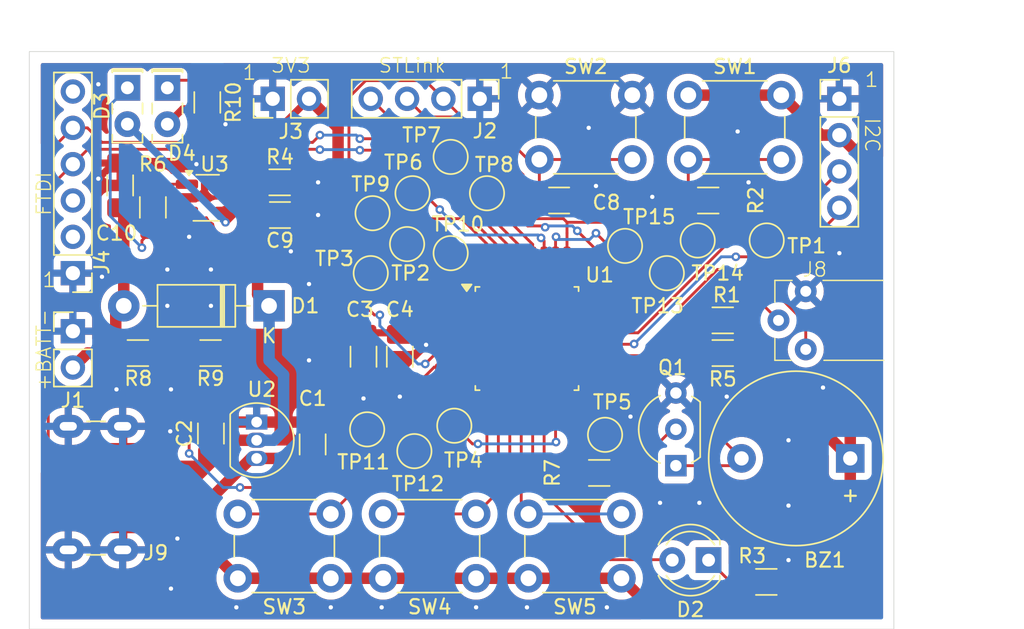
<source format=kicad_pcb>
(kicad_pcb (version 20240108) (generator "pcbnew") (generator_version "8.0")
  (layers (0 "F.Cu" signal) (31 "B.Cu" signal) (34 "B.Paste" user) (35 "F.Paste" user) (36 "B.SilkS" user "B.Silkscreen") (37 "F.SilkS" user "F.Silkscreen") (38 "B.Mask" user) (39 "F.Mask" user) (44 "Edge.Cuts" user))
  (net 0 "")
  (net 1 "+5V_USB")
  (net 2 "GND")
  (net 3 "+3.3V")
  (net 4 "/NRST")
  (net 5 "/BOOT0")
  (net 6 "+BATT")
  (net 7 "Net-(D3-K)")
  (net 8 "/UART1_TX")
  (net 9 "+5V_FTDI")
  (net 10 "/RTS1")
  (net 11 "/CTS1")
  (net 12 "/UART1 RX")
  (net 13 "/SWDIO")
  (net 14 "/ADC10_TEMP_MEAS")
  (net 15 "/I2C1_SCL")
  (net 16 "/I2C1_SDA")
  (net 17 "/~{JACK_CONNECTED}")
  (net 18 "/TIM3_CH2_BUZZER_PWM")
  (net 19 "Net-(U3-PROG)")
  (net 20 "Net-(U3-STAT)")
  (net 21 "/UI_LED")
  (net 22 "/UI_A")
  (net 23 "/UI_B")
  (net 24 "/UI_C")
  (net 25 "Net-(D2-K)")
  (net 26 "Net-(BZ1--)")
  (net 27 "Net-(Q1-B)")
  (net 28 "/ADC2_BATT_MEAS")
  (net 29 "Net-(U1-PC6)")
  (net 30 "Net-(U1-PC14)")
  (net 31 "Net-(U1-PC15)")
  (net 32 "Net-(U1-PB0)")
  (net 33 "Net-(U1-PB1)")
  (net 34 "Net-(U1-PB3)")
  (net 35 "Net-(U1-PB4)")
  (net 36 "Net-(U1-PB5)")
  (net 37 "Net-(U1-PB8)")
  (net 38 "Net-(U1-PB9)")
  (net 39 "Net-(U1-PA0)")
  (net 40 "Net-(U1-PA1)")
  (net 41 "Net-(U1-PA11{slash}PA9)")
  (net 42 "Net-(U1-PA12{slash}PA10)")
  (net 43 "Net-(U1-PA15)")
  (net 44 "Net-(D4-K)")
  (footprint "TestPoint:TestPoint_Pad_D2.0mm" (layer "F.Cu") (at 178.562 89.408)
    (property "Reference" "TP2")
    (property "Value" "PC14")
  )
  (footprint "Resistor_SMD:R_1206_3216Metric_Pad1.30x1.75mm_HandSolder" (layer "F.Cu") (at 203.682 113.03)
    (property "Reference" "R3")
    (property "Value" "330")
  )
  (footprint "Button_Switch_THT:SW_PUSH_6mm" (layer "F.Cu") (at 183.388 112.776 180)
    (property "Reference" "SW4")
    (property "Value" "UI_B_SW")
  )
  (footprint "Resistor_SMD:R_1206_3216Metric_Pad1.30x1.75mm_HandSolder" (layer "F.Cu") (at 159.74 97.028)
    (property "Reference" "R8")
    (property "Value" "100k")
  )
  (footprint "Button_Switch_THT:SW_PUSH_6mm" (layer "F.Cu") (at 193.548 112.776 180)
    (property "Reference" "SW5")
    (property "Value" "UI_C_SW")
  )
  (footprint "MyOwnFootprintLibrary:LQFP-32_7x7mm_P0.8mm_Long_pads" (layer "F.Cu") (at 186.944 96.012)
    (property "Reference" "U1")
    (property "Value" "STM32G0B0KETx")
  )
  (footprint "Capacitor_SMD:C_1206_3216Metric_Pad1.33x1.80mm_HandSolder" (layer "F.Cu") (at 158.496 85.3055 90)
    (property "Reference" "C10")
    (property "Value" "4.7uF")
  )
  (footprint "Connector_PinHeader_2.54mm:PinHeader_1x02_P2.54mm_Vertical" (layer "F.Cu") (at 169.164 79.248 90)
    (property "Reference" "J3")
    (property "Value" "3V3_Power")
  )
  (footprint "TestPoint:TestPoint_Pad_D2.0mm" (layer "F.Cu") (at 184.15 85.852)
    (property "Reference" "TP8")
    (property "Value" "PB5")
  )
  (footprint "Resistor_SMD:R_1206_3216Metric_Pad1.30x1.75mm_HandSolder" (layer "F.Cu") (at 200.634 97.028 180)
    (property "Reference" "R5")
    (property "Value" "1k")
  )
  (footprint "Resistor_SMD:R_1206_3216Metric_Pad1.30x1.75mm_HandSolder" (layer "F.Cu") (at 164.82 97.028)
    (property "Reference" "R9")
    (property "Value" "100k")
  )
  (footprint "Connector_PinHeader_2.54mm:PinHeader_1x02_P2.54mm_Vertical" (layer "F.Cu") (at 155.194 95.499)
    (property "Reference" "J4")
    (property "Value" "Battery")
  )
  (footprint "Capacitor_SMD:C_1206_3216Metric_Pad1.33x1.80mm_HandSolder" (layer "F.Cu") (at 189.1915 86.36 180)
    (property "Reference" "C8")
    (property "Value" "100nF")
  )
  (footprint "TestPoint:TestPoint_Pad_D2.0mm" (layer "F.Cu") (at 181.61 90.043)
    (property "Reference" "TP10")
    (property "Value" "PB9")
  )
  (footprint "Diode_THT:D_DO-41_SOD81_P10.16mm_Horizontal" (layer "F.Cu") (at 168.91 93.726 180)
    (property "Reference" "D1")
    (property "Value" "1N5817")
  )
  (footprint "LED_THT:LED_Rectangular_W5.0mm_H2.0mm" (layer "F.Cu") (at 161.798 78.486 -90)
    (property "Reference" "D4")
    (property "Value" "GREEN_LED_PWR")
  )
  (footprint "MyOwnFootprintLibrary:AudioJack_Mono_2.5mm_with_Tip-Detect" (layer "F.Cu") (at 204.5335 97.282)
    (property "Reference" "J8")
    (property "Value" "THERMO_CONN")
  )
  (footprint "Package_TO_SOT_SMD:SOT-23-5_HandSoldering" (layer "F.Cu") (at 164.517 86.172)
    (property "Reference" "U3")
    (property "Value" "MCP73831-2-OT")
  )
  (footprint "Package_TO_SOT_THT:TO-92_Inline" (layer "F.Cu") (at 168.042 101.854 -90)
    (property "Reference" "U2")
    (property "Value" "MCP1700x-330xxTO")
  )
  (footprint "TestPoint:TestPoint_Pad_D2.0mm" (layer "F.Cu") (at 196.723 91.44)
    (property "Reference" "TP13")
    (property "Value" "PA11/9")
  )
  (footprint "MyOwnFootprintLibrary:USB_C_Receptacle_GCT_USB4125-xx-x_6P_TopMnt_Horizontal_Long_Pads" (layer "F.Cu") (at 155.67 106.47 -90)
    (property "Reference" "J9")
    (property "Value" "USB_C")
  )
  (footprint "TestPoint:TestPoint_Pad_D2.0mm" (layer "F.Cu") (at 176.149 87.249)
    (property "Reference" "TP9")
    (property "Value" "PB8")
  )
  (footprint "LED_THT:LED_Rectangular_W5.0mm_H2.0mm" (layer "F.Cu") (at 159.004 78.481 -90)
    (property "Reference" "D3")
    (property "Value" "RED_LED_CHARGING")
  )
  (footprint "TestPoint:TestPoint_Pad_D2.0mm" (layer "F.Cu") (at 178.943 85.852)
    (property "Reference" "TP6")
    (property "Value" "PB3")
  )
  (footprint "TestPoint:TestPoint_Pad_D2.0mm" (layer "F.Cu") (at 192.405 102.743)
    (property "Reference" "TP5")
    (property "Value" "PB1")
  )
  (footprint "Connector_PinHeader_2.54mm:PinHeader_1x04_P2.54mm_Vertical" (layer "F.Cu") (at 183.642 79.248 -90)
    (property "Reference" "J2")
    (property "Value" "STLINK")
  )
  (footprint "Capacitor_SMD:C_1206_3216Metric_Pad1.33x1.80mm_HandSolder" (layer "F.Cu") (at 178.054 97.282 -90)
    (property "Reference" "C4")
    (property "Value" "100nF")
  )
  (footprint "Resistor_SMD:R_1206_3216Metric_Pad1.30x1.75mm_HandSolder" (layer "F.Cu") (at 191.998 105.41)
    (property "Reference" "R7")
    (property "Value" "4k7")
  )
  (footprint "TestPoint:TestPoint_Pad_D2.0mm" (layer "F.Cu") (at 198.882 89.154)
    (property "Reference" "TP14")
    (property "Value" "PA12/10")
  )
  (footprint "Resistor_SMD:R_1206_3216Metric_Pad1.30x1.75mm_HandSolder" (layer "F.Cu") (at 199.618 86.36)
    (property "Reference" "R2")
    (property "Value" "10k")
  )
  (footprint "TestPoint:TestPoint_Pad_D2.0mm" (layer "F.Cu") (at 203.708 89.154)
    (property "Reference" "TP1")
    (property "Value" "PC6")
  )
  (footprint "Buzzer_Beeper:Buzzer_12x9.5RM7.6" (layer "F.Cu") (at 209.55 104.394 180)
    (property "Reference" "BZ1")
    (property "Value" "Passive_Buzzer")
  )
  (footprint "Capacitor_SMD:C_1206_3216Metric_Pad1.33x1.80mm_HandSolder" (layer "F.Cu") (at 164.846 102.6545 90)
    (property "Reference" "C2")
    (property "Value" "1uF")
  )
  (footprint "Capacitor_SMD:C_1206_3216Metric_Pad1.33x1.80mm_HandSolder" (layer "F.Cu") (at 175.514 97.282 -90)
    (property "Reference" "C3")
    (property "Value" "4.7uF")
  )
  (footprint "Package_TO_SOT_THT:TO-92L_Inline_Wide" (layer "F.Cu") (at 197.358 104.902 90)
    (property "Reference" "Q1")
    (property "Value" "BC547")
  )
  (footprint "TestPoint:TestPoint_Pad_D2.0mm" (layer "F.Cu") (at 181.864 102.108)
    (property "Reference" "TP4")
    (property "Value" "PB0")
  )
  (footprint "Resistor_SMD:R_1206_3216Metric_Pad1.30x1.75mm_HandSolder" (layer "F.Cu") (at 160.787 86.842 90)
    (property "Reference" "R6")
    (property "Value" "330")
  )
  (footprint "Resistor_SMD:R_1206_3216Metric_Pad1.30x1.75mm_HandSolder" (layer "F.Cu") (at 200.634 94.742 180)
    (property "Reference" "R1")
    (property "Value" "200k")
  )
  (footprint "TestPoint:TestPoint_Pad_D2.0mm" (layer "F.Cu") (at 175.768 102.362)
    (property "Reference" "TP11")
    (property "Value" "PA0")
  )
  (footprint "Button_Switch_THT:SW_PUSH_6mm" (layer "F.Cu") (at 198.224 78.994)
    (property "Reference" "SW1")
    (property "Value" "BOOT0_SW")
  )
  (footprint "Capacitor_SMD:C_1206_3216Metric_Pad1.33x1.80mm_HandSolder" (layer "F.Cu") (at 171.958 103.4165 90)
    (property "Reference" "C1")
    (property "Value" "1uF")
  )
  (footprint "TestPoint:TestPoint_Pad_D2.0mm" (layer "F.Cu") (at 179.07 103.886)
    (property "Reference" "TP12")
    (property "Value" "PA1")
  )
  (footprint "TestPoint:TestPoint_Pad_D2.0mm" (layer "F.Cu") (at 193.802 89.535)
    (property "Reference" "TP15")
    (property "Value" "PA15")
  )
  (footprint "Connector_PinHeader_2.54mm:PinHeader_1x06_P2.54mm_Vertical" (layer "F.Cu") (at 155.194 91.44 180)
    (property "Reference" "J1")
    (property "Value" "FTDI")
  )
  (footprint "Connector_PinHeader_2.54mm:PinHeader_1x04_P2.54mm_Vertical" (layer "F.Cu") (at 208.788 79.248)
    (property "Reference" "J6")
    (property "Value" "OLED_CONN")
  )
  (footprint "Resistor_SMD:R_1206_3216Metric_Pad1.30x1.75mm_HandSolder" (layer "F.Cu") (at 169.651 85.09 180)
    (property "Reference" "R4")
    (property "Value" "2k")
  )
  (footprint "Button_Switch_THT:SW_PUSH_6mm" (layer "F.Cu") (at 187.81 78.994)
    (property "Reference" "SW2")
    (property "Value" "NRST_SW")
  )
  (footprint "TestPoint:TestPoint_Pad_D2.0mm" (layer "F.Cu") (at 176.022 91.44)
    (property "Reference" "TP3")
    (property "Value" "PC15")
  )
  (footprint "Capacitor_SMD:C_1206_3216Metric_Pad1.33x1.80mm_HandSolder" (layer "F.Cu") (at 169.672 87.376)
    (property "Reference" "C9")
    (property "Value" "4.7uF")
  )
  (footprint "Button_Switch_THT:SW_PUSH_6mm" (layer "F.Cu") (at 173.228 112.776 180)
    (property "Reference" "SW3")
    (property "Value" "UI_A_SW")
  )
  (footprint "Resistor_SMD:R_1206_3216Metric_Pad1.30x1.75mm_HandSolder" (layer "F.Cu") (at 164.592 79.502 -90)
    (property "Reference" "R10")
    (property "Value" "330")
  )
  (footprint "TestPoint:TestPoint_Pad_D2.0mm" (layer "F.Cu") (at 181.61 83.312)
    (property "Reference" "TP7")
    (property "Value" "PB4")
  )
  (footprint "LED_THT:LED_D4.0mm" (layer "F.Cu") (at 199.644 111.506 180)
    (property "Reference" "D2")
    (property "Value" "WHITE_LED")
  )
  (gr_rect (start 152.146 75.946) (end 212.598 116.332) (stroke (width 0.05)) (fill none) (layer "Edge.Cuts"))
  (gr_text "1" (at 210.5 78.5 0) (layer "F.SilkS") (effects (font (size 1 1) (thickness 0.1)) (justify left bottom)))
  (gr_text "I2C" (at 210.5 80.5 -90) (layer "F.SilkS") (effects (font (size 1 1) (thickness 0.1)) (justify left bottom)))
  (gr_text "FTDI" (at 153.75 87.5 90) (layer "F.SilkS") (effects (font (size 1 1) (thickness 0.1)) (justify left bottom)))
  (gr_text "1" (at 184.972 77.918 0) (layer "F.SilkS") (effects (font (size 1 1) (thickness 0.1)) (justify left bottom)))
  (gr_text "STLink" (at 176.5 77.5 0) (layer "F.SilkS") (effects (font (size 1 1) (thickness 0.1)) (justify left bottom)))
  (gr_text "1" (at 153 92.5 0) (layer "F.SilkS") (effects (font (size 1 1) (thickness 0.1)) (justify left bottom)))
  (gr_text "3V3" (at 169 77.5 0) (layer "F.SilkS") (effects (font (size 1 1) (thickness 0.1)) (justify left bottom)))
  (gr_text "BATT" (at 153.75 98.5 90) (layer "F.SilkS") (effects (font (size 1 1) (thickness 0.1)) (justify left bottom)))
  (gr_text "+" (at 153.75 99.75 90) (layer "F.SilkS") (effects (font (size 1 1) (thickness 0.1)) (justify left bottom)))
  (gr_text "1" (at 167 78 0) (layer "F.SilkS") (effects (font (size 1 1) (thickness 0.1)) (justify left bottom)))
  (gr_text "-" (at 153.75 95.25 90) (layer "F.SilkS") (effects (font (size 1 1) (thickness 0.1)) (justify left bottom)))
  (segment (start 165.939 103.124) (end 168.042 103.124) (width 0.8) (layer "F.Cu") (net 1))
  (segment (start 167.976 87.122) (end 167.132 87.122) (width 0.8) (layer "F.Cu") (net 1))
  (segment (start 164.846 104.6855) (end 164.846 104.217) (width 0.8) (layer "F.Cu") (net 1))
  (segment (start 164.846 104.217) (end 165.939 103.124) (width 0.8) (layer "F.Cu") (net 1))
  (segment (start 168.91 93.726) (end 168.1095 92.9255) (width 0.8) (layer "F.Cu") (net 1))
  (segment (start 168.1095 92.9255) (end 168.1095 87.2555) (width 0.8) (layer "F.Cu") (net 1))
  (segment (start 165.862 87.884) (end 166.624 87.122) (width 0.5) (layer "F.Cu") (net 1))
  (segment (start 167.132 87.122) (end 165.867 87.122) (width 0.8) (layer "F.Cu") (net 1))
  (segment (start 158.75 107.99) (end 159.430864 107.99) (width 0.8) (layer "F.Cu") (net 1))
  (segment (start 161.5315 108) (end 164.846 104.6855) (width 0.8) (layer "F.Cu") (net 1))
  (segment (start 159.440864 108) (end 161.5315 108) (width 0.8) (layer "F.Cu") (net 1))
  (segment (start 158.75 104.95) (end 164.113 104.95) (width 0.8) (layer "F.Cu") (net 1))
  (segment (start 166.624 87.122) (end 167.132 87.122) (width 0.5) (layer "F.Cu") (net 1))
  (segment (start 168.1095 87.2555) (end 167.976 87.122) (width 0.8) (layer "F.Cu") (net 1))
  (segment (start 164.113 104.95) (end 164.846 104.217) (width 0.8) (layer "F.Cu") (net 1))
  (segment (start 159.430864 107.99) (end 159.440864 108) (width 0.8) (layer "F.Cu") (net 1))
  (via (at 165.862 87.884) (size 0.6) (drill 0.3) (layers "F.Cu" "B.Cu") (net 1))
  (segment (start 165.862 87.879) (end 165.862 87.884) (width 0.5) (layer "B.Cu") (net 1))
  (segment (start 168.042 103.124) (end 169.247 103.124) (width 0.8) (layer "B.Cu") (net 1))
  (segment (start 169.926 98.552) (end 168.91 97.536) (width 0.8) (layer "B.Cu") (net 1))
  (segment (start 169.926 102.445) (end 169.926 98.552) (width 0.8) (layer "B.Cu") (net 1))
  (segment (start 169.247 103.124) (end 169.926 102.445) (width 0.8) (layer "B.Cu") (net 1))
  (segment (start 168.91 97.536) (end 168.91 93.726) (width 0.8) (layer "B.Cu") (net 1))
  (segment (start 159.004 81.021) (end 165.862 87.879) (width 0.5) (layer "B.Cu") (net 1))
  (segment (start 161.72 109.22) (end 162.5 110) (width 0.8) (layer "F.Cu") (net 2))
  (segment (start 168.042 101.854) (end 165.608 101.854) (width 0.8) (layer "F.Cu") (net 2))
  (segment (start 178.054 98.8445) (end 178.054 100.076) (width 0.5) (layer "F.Cu") (net 2))
  (segment (start 163.83 83.82) (end 163.753 83.743) (width 0.5) (layer "F.Cu") (net 2))
  (segment (start 158.75 109.22) (end 161.72 109.22) (width 0.8) (layer "F.Cu") (net 2))
  (segment (start 179.928878 96.412) (end 179.889939 96.450939) (width 0.5) (layer "F.Cu") (net 2))
  (segment (start 179.889939 96.450939) (end 178.054 98.286878) (width 0.5) (layer "F.Cu") (net 2))
  (segment (start 163.946999 86.172) (end 164.397 85.721999) (width 0.5) (layer "F.Cu") (net 2))
  (segment (start 175.514 98.8445) (end 178.054 98.8445) (width 0.5) (layer "F.Cu") (net 2))
  (segment (start 163.167 86.172) (end 163.946999 86.172) (width 0.5) (layer "F.Cu") (net 2))
  (segment (start 164.397 84.387) (end 163.83 83.82) (width 0.5) (layer "F.Cu") (net 2))
  (segment (start 158.065 83.743) (end 156.972 84.836) (width 0.5) (layer "F.Cu") (net 2))
  (segment (start 171.201 85.09) (end 172.339 85.09) (width 0.5) (layer "F.Cu") (net 2))
  (segment (start 158.75 103.72) (end 160.78 103.72) (width 0.8) (layer "F.Cu") (net 2))
  (segment (start 175.514 100.203) (end 175.514 98.8445) (width 0.5) (layer "F.Cu") (net 2))
  (segment (start 205.232 113.03) (end 205.232 111.506) (width 0.5) (layer "F.Cu") (net 2))
  (segment (start 201.168 86.36) (end 202.438 85.09) (width 0.5) (layer "F.Cu") (net 2))
  (segment (start 164.397 85.721999) (end 164.397 84.387) (width 0.5) (layer "F.Cu") (net 2))
  (segment (start 171.2345 87.376) (end 172.339 87.376) (width 0.5) (layer "F.Cu") (net 2))
  (segment (start 168.042 101.854) (end 171.958 101.854) (width 0.8) (layer "F.Cu") (net 2))
  (segment (start 178.054 98.286878) (end 178.054 98.8445) (width 0.5) (layer "F.Cu") (net 2))
  (segment (start 182.769 96.412) (end 179.928878 96.412) (width 0.5) (layer "F.Cu") (net 2))
  (segment (start 158.496 83.743) (end 158.065 83.743) (width 0.5) (layer "F.Cu") (net 2))
  (segment (start 190.754 86.36) (end 191.77 85.344) (width 0.5) (layer "F.Cu") (net 2))
  (segment (start 163.753 83.743) (end 158.496 83.743) (width 0.5) (layer "F.Cu") (net 2))
  (segment (start 160.78 103.72) (end 162 102.5) (width 0.8) (layer "F.Cu") (net 2))
  (segment (start 164.592 81.052) (end 165.836 81.052) (width 0.5) (layer "F.Cu") (net 2))
  (segment (start 165.836 81.052) (end 165.862 81.026) (width 0.5) (layer "F.Cu") (net 2))
  (segment (start 165.608 101.854) (end 164.846 101.092) (width 0.8) (layer "F.Cu") (net 2))
  (via (at 165.862 81.026) (size 0.6) (drill 0.3) (layers "F.Cu" "B.Cu") (net 2))
  (via (at 162 102.5) (size 0.6) (drill 0.3) (layers "F.Cu" "B.Cu") (net 2))
  (via (at 194.183 101.473) (size 0.6) (drill 0.3) (layers "F.Cu" "B.Cu") (net 2))
  (via (at 176.784 114.808) (size 0.6) (drill 0.3) (layers "F.Cu" "B.Cu") (net 2))
  (via (at 161.798 91.186) (size 0.6) (drill 0.3) (layers "F.Cu" "B.Cu") (net 2))
  (via (at 195.707 86.106) (size 0.6) (drill 0.3) (layers "F.Cu" "B.Cu") (net 2))
  (via (at 164.846 93.726) (size 0.6) (drill 0.3) (layers "F.Cu" "B.Cu") (net 2))
  (via (at 171.704 97.536) (size 0.6) (drill 0.3) (layers "F.Cu" "B.Cu") (net 2))
  (via (at 202.438 85.09) (size 0.6) (drill 0.3) (layers "F.Cu" "B.Cu") (net 2))
  (via (at 156.972 78.232) (size 0.6) (drill 0.3) (layers "F.Cu" "B.Cu") (net 2))
  (via (at 156.972 84.836) (size 0.6) (drill 0.3) (layers "F.Cu" "B.Cu") (net 2))
  (via (at 201.676 81.534) (size 0.6) (drill 0.3) (layers "F.Cu" "B.Cu") (net 2))
  (via (at 166.624 114.808) (size 0.6) (drill 0.3) (layers "F.Cu" "B.Cu") (net 2))
  (via (at 196.25 107.5) (size 0.6) (drill 0.3) (layers "F.Cu" "B.Cu") (net 2))
  (via (at 172.339 87.376) (size 0.6) (drill 0.3) (layers "F.Cu" "B.Cu") (net 2))
  (via (at 178.054 100.076) (size 0.6) (drill 0.3) (layers "F.Cu" "B.Cu") (net 2))
  (via (at 161.798 93.726) (size 0.6) (drill 0.3) (layers "F.Cu" "B.Cu") (net 2))
  (via (at 162.052 99.568) (size 0.6) (drill 0.3) (layers "F.Cu" "B.Cu") (net 2))
  (via (at 163.83 83.82) (size 0.6) (drill 0.3) (layers "F.Cu" "B.Cu") (net 2))
  (via (at 179.889939 96.450939) (size 0.6) (drill 0.3) (layers "F.Cu" "B.Cu") (net 2))
  (via (at 172.339 85.09) (size 0.6) (drill 0.3) (layers "F.Cu" "B.Cu") (net 2))
  (via (at 158.242 99.568) (size 0.6) (drill 0.3) (layers "F.Cu" "B.Cu") (net 2))
  (via (at 205.232 103.124) (size 0.6) (drill 0.3) (layers "F.Cu" "B.Cu") (net 2))
  (via (at 164.846 91.186) (size 0.6) (drill 0.3) (layers "F.Cu" "B.Cu") (net 2))
  (via (at 170.434 89.916) (size 0.6) (drill 0.3) (layers "F.Cu" "B.Cu") (net 2))
  (via (at 162.5 110) (size 0.6) (drill 0.3) (layers "F.Cu" "B.Cu") (net 2))
  (via (at 208.788 90.043) (size 0.6) (drill 0.3) (layers "F.Cu" "B.Cu") (net 2))
  (via (at 175.514 100.203) (size 0.6) (drill 0.3) (layers "F.Cu" "B.Cu") (net 2))
  (via (at 163.322 88.9) (size 0.6) (drill 0.3) (layers "F.Cu" "B.Cu") (net 2))
  (via (at 205.232 111.506) (size 0.6) (drill 0.3) (layers "F.Cu" "B.Cu") (net 2))
  (via (at 162.052 113.5) (size 0.6) (drill 0.3) (layers "F.Cu" "B.Cu") (net 2))
  (via (at 192.532 114.808) (size 0.6) (drill 0.3) (layers "F.Cu" "B.Cu") (net 2))
  (via (at 199 107.5) (size 0.6) (drill 0.3) (layers "F.Cu" "B.Cu") (net 2))
  (via (at 207.645 99.441) (size 0.6) (drill 0.3) (layers "F.Cu" "B.Cu") (net 2))
  (via (at 200.914 100.076) (size 0.6) (drill 0.3) (layers "F.Cu" "B.Cu") (net 2))
  (via (at 186.944 114.808) (size 0.6) (drill 0.3) (layers "F.Cu" "B.Cu") (net 2))
  (via (at 205.232 107.696) (size 0.6) (drill 0.3) (layers "F.Cu" "B.Cu") (net 2))
  (via (at 183.388 114.808) (size 0.6) (drill 0.3) (layers "F.Cu" "B.Cu") (net 2))
  (via (at 157.226 91.694) (size 0.6) (drill 0.3) (layers "F.Cu" "B.Cu") (net 2))
  (via (at 171.704 92.202) (size 0.6) (drill 0.3) (layers "F.Cu" "B.Cu") (net 2))
  (via (at 191.262 81.28) (size 0.6) (drill 0.3) (layers "F.Cu" "B.Cu") (net 2))
  (via (at 191.77 85.344) (size 0.6) (drill 0.3) (layers "F.Cu" "B.Cu") (net 2))
  (via (at 173.228 114.808) (size 0.6) (drill 0.3) (layers "F.Cu" "B.Cu") (net 2))
  (segment (start 166.728 112.776) (end 173.228 112.776) (width 0.8) (layer "F.Cu") (net 3))
  (segment (start 173.736 103.201) (end 171.958 104.979) (width 0.8) (layer "F.Cu") (net 3))
  (segment (start 195.834 115.062) (end 206.502 115.062) (width 0.8) (layer "F.Cu") (net 3))
  (segment (start 164.592 107.442) (end 164.592 110.64) (width 0.8) (layer "F.Cu") (net 3))
  (segment (start 174.098 95.612) (end 173.736 95.25) (width 0.5) (layer "F.Cu") (net 3))
  (segment (start 207.518 81.788) (end 204.724 78.994) (width 0.8) (layer "F.Cu") (net 3))
  (segment (start 182.769 95.612) (end 174.098 95.612) (width 0.5) (layer "F.Cu") (net 3))
  (segment (start 208.788 81.788) (end 207.518 81.788) (width 0.8) (layer "F.Cu") (net 3))
  (segment (start 162.872 79.952) (end 166.312 79.952) (width 0.5) (layer "F.Cu") (net 3))
  (segment (start 166.728 112.776) (end 176.888 112.776) (width 0.8) (layer "F.Cu") (net 3))
  (segment (start 167.64 104.394) (end 164.592 107.442) (width 0.8) (layer "F.Cu") (net 3))
  (segment (start 209.55 92.202) (end 211.328 90.424) (width 0.8) (layer "F.Cu") (net 3))
  (segment (start 209.55 104.394) (end 209.55 92.202) (width 0.8) (layer "F.Cu") (net 3))
  (segment (start 166.312 79.952) (end 167.386 81.026) (width 0.5) (layer "F.Cu") (net 3))
  (segment (start 211.328 90.424) (end 211.328 84.328) (width 0.8) (layer "F.Cu") (net 3))
  (segment (start 209.55 112.014) (end 209.55 104.394) (width 0.8) (layer "F.Cu") (net 3))
  (segment (start 173.736 95.25) (end 173.736 103.201) (width 0.8) (layer "F.Cu") (net 3))
  (segment (start 168.042 104.394) (end 167.64 104.394) (width 0.8) (layer "F.Cu") (net 3))
  (segment (start 168.042 104.394) (end 171.373 104.394) (width 0.8) (layer "F.Cu") (net 3))
  (segment (start 169.926 81.026) (end 171.704 79.248) (width 0.5) (layer "F.Cu") (net 3))
  (segment (start 202.184 94.742) (end 202.184 97.028) (width 0.8) (layer "F.Cu") (net 3))
  (segment (start 164.592 110.64) (end 166.728 112.776) (width 0.8) (layer "F.Cu") (net 3))
  (segment (start 204.724 78.994) (end 198.224 78.994) (width 0.8) (layer "F.Cu") (net 3))
  (segment (start 176.888 112.776) (end 183.388 112.776) (width 0.8) (layer "F.Cu") (net 3))
  (segment (start 167.386 81.026) (end 169.926 81.026) (width 0.5) (layer "F.Cu") (net 3))
  (segment (start 171.704 79.248) (end 173.736 81.28) (width 0.8) (layer "F.Cu") (net 3))
  (segment (start 193.548 112.776) (end 195.834 115.062) (width 0.8) (layer "F.Cu") (net 3))
  (segment (start 171.373 104.394) (end 171.958 104.979) (width 0.8) (layer "F.Cu") (net 3))
  (segment (start 211.328 84.328) (end 208.788 81.788) (width 0.8) (layer "F.Cu") (net 3))
  (segment (start 183.388 112.776) (end 187.048 112.776) (width 0.8) (layer "F.Cu") (net 3))
  (segment (start 202.184 97.028) (end 209.55 104.394) (width 0.8) (layer "F.Cu") (net 3))
  (segment (start 187.048 112.776) (end 193.548 112.776) (width 0.8) (layer "F.Cu") (net 3))
  (segment (start 173.736 81.28) (end 173.736 95.25) (width 0.8) (layer "F.Cu") (net 3))
  (segment (start 161.798 81.026) (end 162.872 79.952) (width 0.5) (layer "F.Cu") (net 3))
  (segment (start 206.502 115.062) (end 209.55 112.014) (width 0.8) (layer "F.Cu") (net 3))
  (segment (start 176.276 94.361) (end 174.498 92.583) (width 0.2) (layer "F.Cu") (net 4))
  (segment (start 182.88 81.026) (end 181.102 79.248) (width 0.2) (layer "F.Cu") (net 4))
  (segment (start 187.81 83.494) (end 194.31 83.494) (width 0.2) (layer "F.Cu") (net 4))
  (segment (start 179.832 97.79) (end 180.41 97.212) (width 0.2) (layer "F.Cu") (net 4))
  (segment (start 175.665654 77.978) (end 179.832 77.978) (width 0.2) (layer "F.Cu") (net 4))
  (segment (start 184.550244 81.026) (end 182.88 81.026) (width 0.2) (layer "F.Cu") (net 4))
  (segment (start 187.81 83.494) (end 187.018244 83.494) (width 0.2) (layer "F.Cu") (net 4))
  (segment (start 180.41 97.212) (end 182.769 97.212) (width 0.2) (layer "F.Cu") (net 4))
  (segment (start 187.81 86.179) (end 187.629 86.36) (width 0.2) (layer "F.Cu") (net 4))
  (segment (start 179.832 77.978) (end 181.102 79.248) (width 0.2) (layer "F.Cu") (net 4))
  (segment (start 176.657 94.361) (end 176.276 94.361) (width 0.2) (layer "F.Cu") (net 4))
  (segment (start 174.498 92.583) (end 174.498 79.145654) (width 0.2) (layer "F.Cu") (net 4))
  (segment (start 187.81 83.494) (end 187.81 86.179) (width 0.2) (layer "F.Cu") (net 4))
  (segment (start 187.018244 83.494) (end 184.550244 81.026) (width 0.2) (layer "F.Cu") (net 4))
  (segment (start 174.498 79.145654) (end 175.665654 77.978) (width 0.2) (layer "F.Cu") (net 4))
  (via (at 176.657 94.361) (size 0.6) (drill 0.3) (layers "F.Cu" "B.Cu") (net 4))
  (via (at 179.832 97.79) (size 0.6) (drill 0.3) (layers "F.Cu" "B.Cu") (net 4))
  (segment (start 179.324 97.79) (end 179.832 97.79) (width 0.2) (layer "B.Cu") (net 4))
  (segment (start 176.657 95.123) (end 179.324 97.79) (width 0.2) (layer "B.Cu") (net 4))
  (segment (start 176.657 94.361) (end 176.657 95.123) (width 0.2) (layer "B.Cu") (net 4))
  (segment (start 186.6665 87.244744) (end 186.6665 84.5585) (width 0.2) (layer "F.Cu") (net 5))
  (segment (start 183.534 81.426) (end 182.714314 81.426) (width 0.2) (layer "F.Cu") (net 5))
  (segment (start 187.051756 87.63) (end 186.6665 87.244744) (width 0.2) (layer "F.Cu") (net 5))
  (segment (start 189.744 87.884) (end 189.49 87.63) (width 0.2) (layer "F.Cu") (net 5))
  (segment (start 196.342 87.884) (end 197.866 86.36) (width 0.2) (layer "F.Cu") (net 5))
  (segment (start 197.866 86.36) (end 197.866 86.106) (width 0.2) (layer "F.Cu") (net 5))
  (segment (start 181.806314 80.518) (end 179.832 80.518) (width 0.2) (layer "F.Cu") (net 5))
  (segment (start 189.49 87.63) (end 187.051756 87.63) (width 0.2) (layer "F.Cu") (net 5))
  (segment (start 197.866 86.106) (end 198.224 85.748) (width 0.2) (layer "F.Cu") (net 5))
  (segment (start 189.744 87.884) (end 196.342 87.884) (width 0.2) (layer "F.Cu") (net 5))
  (segment (start 189.744 88.64) (end 189.744 87.884) (width 0.2) (layer "F.Cu") (net 5))
  (segment (start 186.6665 84.5585) (end 183.534 81.426) (width 0.2) (layer "F.Cu") (net 5))
  (segment (start 189.744 91.837) (end 189.744 88.64) (width 0.2) (layer "F.Cu") (net 5))
  (segment (start 198.224 83.494) (end 204.724 83.494) (width 0.2) (layer "F.Cu") (net 5))
  (segment (start 182.714314 81.426) (end 181.806314 80.518) (width 0.2) (layer "F.Cu") (net 5))
  (segment (start 179.832 80.518) (end 178.562 79.248) (width 0.2) (layer "F.Cu") (net 5))
  (segment (start 198.224 85.748) (end 198.224 83.494) (width 0.2) (layer "F.Cu") (net 5))
  (segment (start 158.75 93.726) (end 158.75 87.122) (width 0.8) (layer "F.Cu") (net 6))
  (segment (start 158.19 94.286) (end 158.75 93.726) (width 0.8) (layer "F.Cu") (net 6))
  (segment (start 158.75 87.122) (end 158.496 86.868) (width 0.5) (layer "F.Cu") (net 6))
  (segment (start 163.167 87.122) (end 158.75 87.122) (width 0.5) (layer "F.Cu") (net 6))
  (segment (start 156.205 97.028) (end 155.194 98.039) (width 0.8) (layer "F.Cu") (net 6))
  (segment (start 158.19 97.028) (end 158.19 94.286) (width 0.8) (layer "F.Cu") (net 6))
  (segment (start 158.19 97.028) (end 156.205 97.028) (width 0.8) (layer "F.Cu") (net 6))
  (segment (start 160.02 89.662) (end 160.02 89.159) (width 0.2) (layer "F.Cu") (net 7))
  (segment (start 160.02 89.159) (end 160.787 88.392) (width 0.2) (layer "F.Cu") (net 7))
  (via (at 160.02 89.662) (size 0.6) (drill 0.3) (layers "F.Cu" "B.Cu") (net 7))
  (segment (start 157.804 87.446) (end 160.02 89.662) (width 0.2) (layer "B.Cu") (net 7))
  (segment (start 159.004 78.481) (end 157.804 79.681) (width 0.2) (layer "B.Cu") (net 7))
  (segment (start 157.804 79.681) (end 157.804 87.446) (width 0.2) (layer "B.Cu") (net 7))
  (segment (start 153.07 83.404) (end 153.07 104.385685) (width 0.2) (layer "F.Cu") (net 8))
  (segment (start 155.194 81.28) (end 156.21 81.28) (width 0.2) (layer "F.Cu") (net 8))
  (segment (start 156.21 81.28) (end 157.226 82.296) (width 0.2) (layer "F.Cu") (net 8))
  (segment (start 175.26 82.042) (end 178.181 82.042) (width 0.2) (layer "F.Cu") (net 8))
  (segment (start 171.958 82.296) (end 172.466 81.788) (width 0.2) (layer "F.Cu") (net 8))
  (segment (start 155.194 81.28) (end 153.07 83.404) (width 0.2) (layer "F.Cu") (net 8))
  (segment (start 185.744 89.605) (end 185.744 91.837) (width 0.2) (layer "F.Cu") (net 8))
  (segment (start 178.181 82.042) (end 185.744 89.605) (width 0.2) (layer "F.Cu") (net 8))
  (segment (start 153.07 104.385685) (end 155.654315 106.97) (width 0.2) (layer "F.Cu") (net 8))
  (segment (start 157.226 82.296) (end 171.958 82.296) (width 0.2) (layer "F.Cu") (net 8))
  (segment (start 155.654315 106.97) (end 158.75 106.97) (width 0.2) (layer "F.Cu") (net 8))
  (via (at 175.26 82.042) (size 0.6) (drill 0.3) (layers "F.Cu" "B.Cu") (net 8))
  (via (at 172.466 81.788) (size 0.6) (drill 0.3) (layers "F.Cu" "B.Cu") (net 8))
  (segment (start 175.006 81.788) (end 175.26 82.042) (width 0.2) (layer "B.Cu") (net 8))
  (segment (start 172.466 81.788) (end 175.006 81.788) (width 0.2) (layer "B.Cu") (net 8))
  (segment (start 155.194 83.82) (end 156.2335 82.7805) (width 0.2) (layer "F.Cu") (net 12))
  (segment (start 153.47 85.544) (end 153.47 104.22) (width 0.2) (layer "F.Cu") (net 12))
  (segment (start 184.944 89.567) (end 184.944 91.837) (width 0.2) (layer "F.Cu") (net 12))
  (segment (start 172.4425 82.7805) (end 172.466 82.804) (width 0.2) (layer "F.Cu") (net 12))
  (segment (start 153.47 104.22) (end 155.22 105.97) (width 0.2) (layer "F.Cu") (net 12))
  (segment (start 155.194 83.82) (end 153.47 85.544) (width 0.2) (layer "F.Cu") (net 12))
  (segment (start 156.2335 82.7805) (end 172.4425 82.7805) (width 0.2) (layer "F.Cu") (net 12))
  (segment (start 175.26 82.842003) (end 178.219003 82.842003) (width 0.2) (layer "F.Cu") (net 12))
  (segment (start 178.219003 82.842003) (end 184.944 89.567) (width 0.2) (layer "F.Cu") (net 12))
  (segment (start 155.22 105.97) (end 158.75 105.97) (width 0.2) (layer "F.Cu") (net 12))
  (via (at 175.26 82.842003) (size 0.6) (drill 0.3) (layers "F.Cu" "B.Cu") (net 12))
  (via (at 172.466 82.804) (size 0.6) (drill 0.3) (layers "F.Cu" "B.Cu") (net 12))
  (segment (start 175.26 82.842003) (end 175.221997 82.804) (width 0.2) (layer "B.Cu") (net 12))
  (segment (start 175.221997 82.804) (end 172.466 82.804) (width 0.2) (layer "B.Cu") (net 12))
  (segment (start 186.2665 84.724186) (end 183.368314 81.826) (width 0.2) (layer "F.Cu") (net 13))
  (segment (start 186.99407 88.138) (end 186.2665 87.41043) (width 0.2) (layer "F.Cu") (net 13))
  (segment (start 181.640628 80.918) (end 177.692 80.918) (width 0.2) (layer "F.Cu") (net 13))
  (segment (start 186.2665 87.41043) (end 186.2665 84.724186) (width 0.2) (layer "F.Cu") (net 13))
  (segment (start 188.122 88.138) (end 186.99407 88.138) (width 0.2) (layer "F.Cu") (net 13))
  (segment (start 190.465 88.484) (end 191.897 89.916) (width 0.2) (layer "F.Cu") (net 13))
  (segment (start 188.214 88.23) (end 188.122 88.138) (width 0.2) (layer "F.Cu") (net 13))
  (segment (start 191.897 93.184) (end 191.869 93.212) (width 0.2) (layer "F.Cu") (net 13))
  (segment (start 182.548628 81.826) (end 181.640628 80.918) (width 0.2) (layer "F.Cu") (net 13))
  (segment (start 183.368314 81.826) (end 182.548628 81.826) (width 0.2) (layer "F.Cu") (net 13))
  (segment (start 177.692 80.918) (end 176.022 79.248) (width 0.2) (layer "F.Cu") (net 13))
  (segment (start 191.897 89.916) (end 191.897 93.184) (width 0.2) (layer "F.Cu") (net 13))
  (via (at 188.214 88.23) (size 0.6) (drill 0.3) (layers "F.Cu" "B.Cu") (net 13))
  (via (at 190.465 88.484) (size 0.6) (drill 0.3) (layers "F.Cu" "B.Cu") (net 13))
  (segment (start 188.306 88.138) (end 188.214 88.23) (width 0.2) (layer "B.Cu") (net 13))
  (segment (start 190.119 88.138) (end 188.306 88.138) (width 0.2) (layer "B.Cu") (net 13))
  (segment (start 190.465 88.484) (end 190.119 88.138) (width 0.2) (layer "B.Cu") (net 13))
  (segment (start 191.119 98.812) (end 194.558 98.812) (width 0.2) (layer "F.Cu") (net 14))
  (segment (start 194.558 98.812) (end 194.564 98.806) (width 0.2) (layer "F.Cu") (net 14))
  (segment (start 203.3585 93.567) (end 204.5335 94.742) (width 0.2) (layer "F.Cu") (net 14))
  (segment (start 195.02 98.806) (end 199.084 94.742) (width 0.2) (layer "F.Cu") (net 14))
  (segment (start 199.084 94.742) (end 200.259 93.567) (width 0.2) (layer "F.Cu") (net 14))
  (segment (start 194.564 98.806) (end 195.02 98.806) (width 0.2) (layer "F.Cu") (net 14))
  (segment (start 200.259 93.567) (end 203.3585 93.567) (width 0.2) (layer "F.Cu") (net 14))
  (segment (start 200.26457 91.186) (end 204.810529 91.186) (width 0.2) (layer "F.Cu") (net 15))
  (segment (start 191.119 97.212) (end 194.888 97.212) (width 0.2) (layer "F.Cu") (net 15))
  (segment (start 197.734 93.71657) (end 200.26457 91.186) (width 0.2) (layer "F.Cu") (net 15))
  (segment (start 194.888 97.212) (end 197.734 94.366) (width 0.2) (layer "F.Cu") (net 15))
  (segment (start 208.788 87.208529) (end 208.788 86.868) (width 0.2) (layer "F.Cu") (net 15))
  (segment (start 204.810529 91.186) (end 208.788 87.208529) (width 0.2) (layer "F.Cu") (net 15))
  (segment (start 197.734 94.366) (end 197.734 93.71657) (width 0.2) (layer "F.Cu") (net 15))
  (segment (start 204.604 85.718) (end 207.398 85.718) (width 0.2) (layer "F.Cu") (net 16))
  (segment (start 194.71 95.612) (end 204.604 85.718) (width 0.2) (layer "F.Cu") (net 16))
  (segment (start 191.119 95.612) (end 194.71 95.612) (width 0.2) (layer "F.Cu") (net 16))
  (segment (start 207.398 85.718) (end 208.788 84.328) (width 0.2) (layer "F.Cu") (net 16))
  (segment (start 198.134 93.882256) (end 199.052256 92.964) (width 0.2) (layer "F.Cu") (net 17))
  (segment (start 206.4385 94.9325) (end 206.4385 96.774) (width 0.2) (layer "F.Cu") (net 17))
  (segment (start 194.85 98.012) (end 198.134 94.728) (width 0.2) (layer "F.Cu") (net 17))
  (segment (start 204.47 92.964) (end 206.4385 94.9325) (width 0.2) (layer "F.Cu") (net 17))
  (segment (start 191.119 98.012) (end 194.85 98.012) (width 0.2) (layer "F.Cu") (net 17))
  (segment (start 199.052256 92.964) (end 204.47 92.964) (width 0.2) (layer "F.Cu") (net 17))
  (segment (start 198.134 94.728) (end 198.134 93.882256) (width 0.2) (layer "F.Cu") (net 17))
  (segment (start 188.468 104.902) (end 190.194 104.902) (width 0.2) (layer "F.Cu") (net 18))
  (segment (start 188.144 100.187) (end 188.144 104.578) (width 0.2) (layer "F.Cu") (net 18))
  (segment (start 188.144 104.578) (end 188.468 104.902) (width 0.2) (layer "F.Cu") (net 18))
  (segment (start 168.101 85.09) (end 165.999 85.09) (width 0.2) (layer "F.Cu") (net 19))
  (segment (start 165.999 85.09) (end 165.867 85.222) (width 0.2) (layer "F.Cu") (net 19))
  (segment (start 160.857 85.222) (end 160.787 85.292) (width 0.2) (layer "F.Cu") (net 20))
  (segment (start 163.167 85.222) (end 160.857 85.222) (width 0.2) (layer "F.Cu") (net 20))
  (segment (start 187.344 106.064) (end 192.756 111.476) (width 0.2) (layer "F.Cu") (net 21))
  (segment (start 192.756 111.476) (end 197.074 111.476) (width 0.2) (layer "F.Cu") (net 21))
  (segment (start 187.344 100.187) (end 187.344 106.064) (width 0.2) (layer "F.Cu") (net 21))
  (segment (start 197.074 111.476) (end 197.104 111.506) (width 0.2) (layer "F.Cu") (net 21))
  (segment (start 173.228 108.276) (end 166.728 108.276) (width 0.2) (layer "F.Cu") (net 22))
  (segment (start 174.824 106.68) (end 173.228 108.276) (width 0.2) (layer "F.Cu") (net 22))
  (segment (start 184.944 105.886) (end 184.15 106.68) (width 0.2) (layer "F.Cu") (net 22))
  (segment (start 184.15 106.68) (end 174.824 106.68) (width 0.2) (layer "F.Cu") (net 22))
  (segment (start 184.944 100.187) (end 184.944 105.886) (width 0.2) (layer "F.Cu") (net 22))
  (segment (start 185.744 100.187) (end 185.744 105.92) (width 0.2) (layer "F.Cu") (net 23))
  (segment (start 185.744 105.92) (end 183.388 108.276) (width 0.2) (layer "F.Cu") (net 23))
  (segment (start 176.888 108.276) (end 183.388 108.276) (width 0.2) (layer "F.Cu") (net 23))
  (segment (start 186.544 100.187) (end 186.544 107.772) (width 0.2) (layer "F.Cu") (net 24))
  (segment (start 186.544 107.772) (end 187.048 108.276) (width 0.2) (layer "F.Cu") (net 24))
  (segment (start 187.048 108.276) (end 193.548 108.276) (width 0.2) (layer "B.Cu") (net 24))
  (segment (start 202.132 113.03) (end 201.168 113.03) (width 0.2) (layer "F.Cu") (net 25))
  (segment (start 201.168 113.03) (end 199.644 111.506) (width 0.2) (layer "F.Cu") (net 25))
  (segment (start 199.084 97.028) (end 199.084 101.528) (width 0.2) (layer "F.Cu") (net 26))
  (segment (start 197.104 104.902) (end 201.442 104.902) (width 0.2) (layer "F.Cu") (net 26))
  (segment (start 199.084 101.528) (end 201.95 104.394) (width 0.2) (layer "F.Cu") (net 26))
  (segment (start 201.442 104.902) (end 201.95 104.394) (width 0.2) (layer "F.Cu") (net 26))
  (segment (start 194.564 104.902) (end 197.104 102.362) (width 0.2) (layer "F.Cu") (net 27))
  (segment (start 193.294 104.902) (end 194.564 104.902) (width 0.2) (layer "F.Cu") (net 27))
  (segment (start 174.05 106.172) (end 182.88 106.172) (width 0.2) (layer "F.Cu") (net 28))
  (segment (start 166.879397 106.427397) (end 173.794603 106.427397) (width 0.2) (layer "F.Cu") (net 28))
  (segment (start 182.88 106.172) (end 184.144 104.908) (width 0.2) (layer "F.Cu") (net 28))
  (segment (start 163.27 97.028) (end 161.29 97.028) (width 0.2) (layer "F.Cu") (net 28))
  (segment (start 163.322 97.08) (end 163.27 97.028) (width 0.2) (layer "F.Cu") (net 28))
  (segment (start 163.322 104.05) (end 163.322 97.08) (width 0.2) (layer "F.Cu") (net 28))
  (segment (start 184.144 104.908) (end 184.144 100.187) (width 0.2) (layer "F.Cu") (net 28))
  (segment (start 173.794603 106.427397) (end 174.05 106.172) (width 0.2) (layer "F.Cu") (net 28))
  (via (at 163.322 104.05) (size 0.6) (drill 0.3) (layers "F.Cu" "B.Cu") (net 28))
  (via (at 166.879397 106.427397) (size 0.6) (drill 0.3) (layers "F.Cu" "B.Cu") (net 28))
  (segment (start 165.699397 106.427397) (end 166.879397 106.427397) (width 0.2) (layer "B.Cu") (net 28))
  (segment (start 163.322 104.05) (end 165.699397 106.427397) (width 0.2) (layer "B.Cu") (net 28))
  (segment (start 194.418 96.412) (end 194.437 96.393) (width 0.2) (layer "F.Cu") (net 29))
  (segment (start 191.869 96.412) (end 194.418 96.412) (width 0.2) (layer "F.Cu") (net 29))
  (segment (start 202.565 90.297) (end 203.708 89.154) (width 0.2) (layer "F.Cu") (net 29))
  (segment (start 201.549 90.297) (end 202.565 90.297) (width 0.2) (layer "F.Cu") (net 29))
  (via (at 201.549 90.297) (size 0.6) (drill 0.3) (layers "F.Cu" "B.Cu") (net 29))
  (via (at 194.437 96.393) (size 0.6) (drill 0.3) (layers "F.Cu" "B.Cu") (net 29))
  (segment (start 200.533 90.297) (end 201.549 90.297) (width 0.2) (layer "B.Cu") (net 29))
  (segment (start 194.437 96.393) (end 200.533 90.297) (width 0.2) (layer "B.Cu") (net 29))
  (segment (start 180.118 94.012) (end 178.562 92.456) (width 0.2) (layer "F.Cu") (net 30))
  (segment (start 182.769 94.012) (end 180.118 94.012) (width 0.2) (layer "F.Cu") (net 30))
  (segment (start 178.562 92.456) (end 178.562 89.408) (width 0.2) (layer "F.Cu") (net 30))
  (segment (start 182.019 94.812) (end 179.394 94.812) (width 0.2) (layer "F.Cu") (net 31))
  (segment (start 179.394 94.812) (end 176.022 91.44) (width 0.2) (layer "F.Cu") (net 31))
  (segment (start 188.944 100.937) (end 188.944 103.219) (width 0.2) (layer "F.Cu") (net 32))
  (segment (start 188.944 103.219) (end 188.976 103.251) (width 0.2) (layer "F.Cu") (net 32))
  (segment (start 183.134 103.378) (end 181.864 102.108) (width 0.2) (layer "F.Cu") (net 32))
  (segment (start 183.515 103.378) (end 183.134 103.378) (width 0.2) (layer "F.Cu") (net 32))
  (via (at 188.976 103.251) (size 0.6) (drill 0.3) (layers "F.Cu" "B.Cu") (net 32))
  (via (at 183.515 103.378) (size 0.6) (drill 0.3) (layers "F.Cu" "B.Cu") (net 32))
  (segment (start 188.849 103.378) (end 183.515 103.378) (width 0.2) (layer "B.Cu") (net 32))
  (segment (start 188.976 103.251) (end 188.849 103.378) (width 0.2) (layer "B.Cu") (net 32))
  (segment (start 189.744 100.937) (end 189.744 102.368) (width 0.2) (layer "F.Cu") (net 33))
  (segment (start 190.119 102.743) (end 192.405 102.743) (width 0.2) (layer "F.Cu") (net 33))
  (segment (start 189.744 102.368) (end 190.119 102.743) (width 0.2) (layer "F.Cu") (net 33))
  (segment (start 187.93041 88.978051) (end 188.144 89.191641) (width 0.2) (layer "F.Cu") (net 34))
  (segment (start 180.848 86.995) (end 179.705 85.852) (width 0.2) (layer "F.Cu") (net 34))
  (segment (start 188.144 89.191641) (end 188.144 91.087) (width 0.2) (layer "F.Cu") (net 34))
  (segment (start 179.705 85.852) (end 178.943 85.852) (width 0.2) (layer "F.Cu") (net 34))
  (via (at 187.93041 88.978051) (size 0.6) (drill 0.3) (layers "F.Cu" "B.Cu") (net 34))
  (via (at 180.848 86.995) (size 0.6) (drill 0.3) (layers "F.Cu" "B.Cu") (net 34))
  (segment (start 182.626 88.773) (end 180.848 86.995) (width 0.2) (layer "B.Cu") (net 34))
  (segment (start 187.93041 88.978051) (end 187.725359 88.773) (width 0.2) (layer "B.Cu") (net 34))
  (segment (start 187.725359 88.773) (end 182.626 88.773) (width 0.2) (layer "B.Cu") (net 34))
  (segment (start 187.344 91.837) (end 187.344 89.427) (width 0.2) (layer "F.Cu") (net 35))
  (segment (start 184.0885 83.312) (end 181.61 83.312) (width 0.2) (layer "F.Cu") (net 35))
  (segment (start 185.8665 85.09) (end 184.0885 83.312) (width 0.2) (layer "F.Cu") (net 35))
  (segment (start 187.344 89.427) (end 185.8665 87.9495) (width 0.2) (layer "F.Cu") (net 35))
  (segment (start 185.8665 87.9495) (end 185.8665 85.09) (width 0.2) (layer "F.Cu") (net 35))
  (segment (start 186.544 91.837) (end 186.544 89.643) (width 0.2) (layer "F.Cu") (net 36))
  (segment (start 184.15 87.249) (end 184.15 85.852) (width 0.2) (layer "F.Cu") (net 36))
  (segment (start 186.544 89.643) (end 184.15 87.249) (width 0.2) (layer "F.Cu") (net 36))
  (segment (start 184.144 91.837) (end 184.144 89.402) (width 0.2) (layer "F.Cu") (net 37))
  (segment (start 184.144 89.402) (end 182.372 87.63) (width 0.2) (layer "F.Cu") (net 37))
  (segment (start 176.53 87.63) (end 176.149 87.249) (width 0.2) (layer "F.Cu") (net 37))
  (segment (start 182.372 87.63) (end 176.53 87.63) (width 0.2) (layer "F.Cu") (net 37))
  (segment (start 181.356 90.424) (end 181.864 90.424) (width 0.2) (layer "F.Cu") (net 38))
  (segment (start 179.959 92.651999) (end 179.959 91.821) (width 0.2) (layer "F.Cu") (net 38))
  (segment (start 179.959 91.821) (end 181.356 90.424) (width 0.2) (layer "F.Cu") (net 38))
  (segment (start 180.519001 93.212) (end 179.959 92.651999) (width 0.2) (layer "F.Cu") (net 38))
  (segment (start 182.019 93.212) (end 180.519001 93.212) (width 0.2) (layer "F.Cu") (net 38))
  (segment (start 179.705 99.949) (end 178.562 101.092) (width 0.2) (layer "F.Cu") (net 39))
  (segment (start 179.705 98.765529) (end 179.705 99.949) (width 0.2) (layer "F.Cu") (net 39))
  (segment (start 182.019 98.012) (end 180.458529 98.012) (width 0.2) (layer "F.Cu") (net 39))
  (segment (start 180.458529 98.012) (end 179.705 98.765529) (width 0.2) (layer "F.Cu") (net 39))
  (segment (start 177.038 101.092) (end 175.768 102.362) (width 0.2) (layer "F.Cu") (net 39))
  (segment (start 178.562 101.092) (end 177.038 101.092) (width 0.2) (layer "F.Cu") (net 39))
  (segment (start 182.019 98.812) (end 180.981 98.812) (width 0.2) (layer "F.Cu") (net 40))
  (segment (start 179.07 101.981) (end 179.07 103.886) (width 0.2) (layer "F.Cu") (net 40))
  (segment (start 180.467 99.314) (end 180.467 100.584) (width 0.2) (layer "F.Cu") (net 40))
  (segment (start 180.975 98.806) (end 180.467 99.314) (width 0.2) (layer "F.Cu") (net 40))
  (segment (start 180.981 98.812) (end 180.975 98.806) (width 0.2) (layer "F.Cu") (net 40))
  (segment (start 180.467 100.584) (end 179.07 101.981) (width 0.2) (layer "F.Cu") (net 40))
  (segment (start 193.986 94.812) (end 196.723 92.075) (width 0.2) (layer "F.Cu") (net 41))
  (segment (start 191.119 94.812) (end 193.986 94.812) (width 0.2) (layer "F.Cu") (net 41))
  (segment (start 196.723 92.075) (end 196.723 91.44) (width 0.2) (layer "F.Cu") (net 41))
  (segment (start 193.389 94.012) (end 194.31 93.091) (width 0.2) (layer "F.Cu") (net 42))
  (segment (start 194.31 93.091) (end 194.31 91.44) (width 0.2) (layer "F.Cu") (net 42))
  (segment (start 196.596 89.154) (end 198.882 89.154) (width 0.2) (layer "F.Cu") (net 42))
  (segment (start 191.869 94.012) (end 193.389 94.012) (width 0.2) (layer "F.Cu") (net 42))
  (segment (start 194.31 91.44) (end 196.596 89.154) (width 0.2) (layer "F.Cu") (net 42))
  (segment (start 188.944 88.932) (end 188.976 88.9) (width 0.2) (layer "F.Cu") (net 43))
  (segment (start 188.944 91.087) (end 188.944 88.932) (width 0.2) (layer "F.Cu") (net 43))
  (segment (start 192.659 89.535) (end 193.802 89.535) (width 0.2) (layer "F.Cu") (net 43))
  (segment (start 191.77 88.646) (end 192.659 89.535) (width 0.2) (layer "F.Cu") (net 43))
  (via (at 188.976 88.9) (size 0.6) (drill 0.3) (layers "F.Cu" "B.Cu") (net 43))
  (via (at 191.77 88.646) (size 0.6) (drill 0.3) (layers "F.Cu" "B.Cu") (net 43))
  (segment (start 191.332 89.084) (end 191.77 88.646) (width 0.2) (layer "B.Cu") (net 43))
  (segment (start 188.976 88.9) (end 189.16 89.084) (width 0.2) (layer "B.Cu") (net 43))
  (segment (start 189.16 89.084) (end 191.332 89.084) (width 0.2) (layer "B.Cu") (net 43))
  (segment (start 162.332 77.952) (end 161.798 78.486) (width 0.2) (layer "F.Cu") (net 44))
  (segment (start 164.592 77.952) (end 162.332 77.952) (width 0.2) (layer "F.Cu") (net 44))
  (zone (net 2) (net_name "GND") (layers "F&B.Cu") (connect_pads (clearance 0.5)) (min_thickness 0.25) (fill yes (thermal_gap 0.5) (thermal_bridge_width 0.5))
    (polygon (pts (xy 152.654 76.454) (xy 212.09 76.454) (xy 212.09 115.824) (xy 152.654 115.824)))
  )
)
</source>
